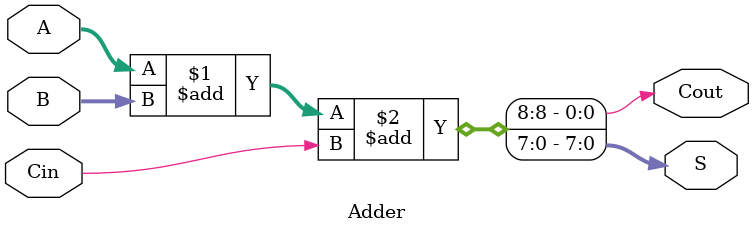
<source format=v>
module Adder (Cin, A, B, S, Cout);
  parameter nbit = 8;
  input wire Cin;
  input wire [nbit-1:0] A;
  input wire [nbit-1:0] B;
  output wire [nbit-1:0] S;
  output wire Cout;
  
  assign {Cout, S} = A + B + Cin;
endmodule

</source>
